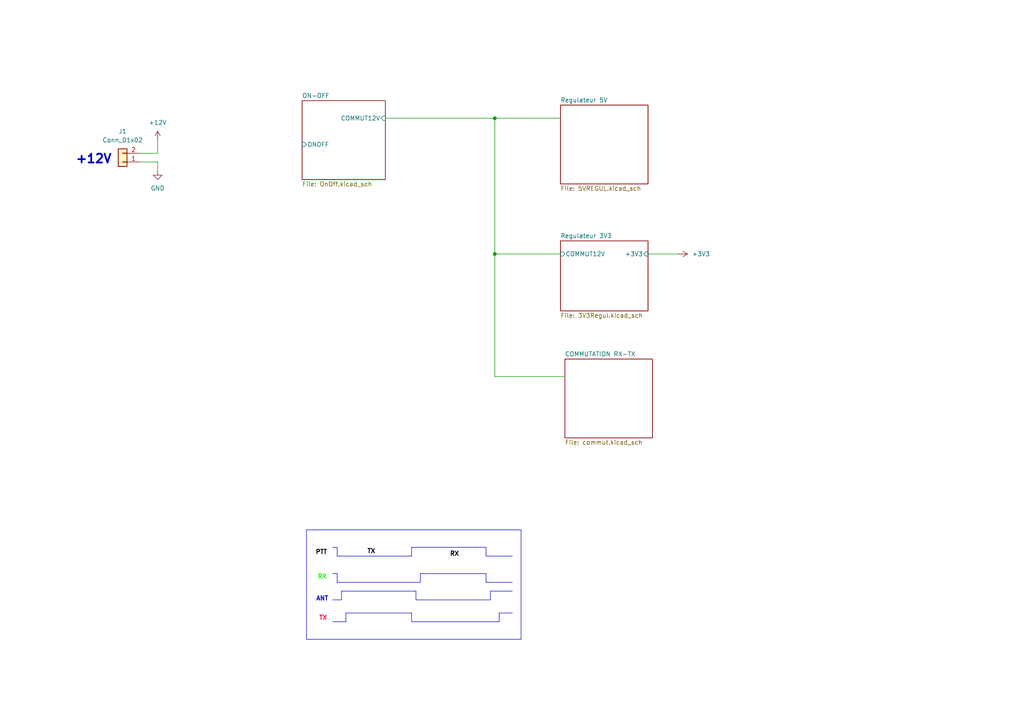
<source format=kicad_sch>
(kicad_sch (version 20231120) (generator "eeschema") (generator_version "8.0")
  (paper "A4")
  (title_block (title "JJK-144") (date "2024-10-04") (rev "V0-10") (company "F4DEB"))
  (lib_symbols
    (symbol "Connector_Generic:Conn_01x02" (pin_names (offset 1.016) hide)
      (property "Reference" "J" (at 0 2.54 0))
      (property "Value" "Conn_01x02" (at 0 -5.08 0))
      (symbol "Conn_01x02_1_1"
        (rectangle (start -1.27 -2.413) (end 0 -2.667) (stroke (width 0.1524)))
        (rectangle (start -1.27 0.127) (end 0 -0.127) (stroke (width 0.1524)))
        (rectangle (start -1.27 1.27) (end 1.27 -3.81) (stroke (width 0.254)) (fill (type background)))
        (pin passive line (at -5.08 0 0) (length 3.81) (name "Pin_1") (number "1"))
        (pin passive line (at -5.08 -2.54 0) (length 3.81) (name "Pin_2") (number "2"))
      )
    )
    (symbol "power:+12V" (power) (pin_numbers hide) (pin_names (offset 0) hide)
      (property "Value" "+12V" (at 0 3.556 0))
      (symbol "+12V_0_1"
        (polyline (pts (xy -0.762 1.27) (xy 0 2.54)))
        (polyline (pts (xy 0 0) (xy 0 2.54)))
        (polyline (pts (xy 0 2.54) (xy 0.762 1.27)))
      )
      (symbol "+12V_1_1"
        (pin power_in line (at 0 0 90) (length 0) (name "~") (number "1"))
      )
    )
    (symbol "power:+3V3" (power) (pin_numbers hide) (pin_names (offset 0) hide)
      (property "Value" "+3V3" (at 0 3.556 0))
      (symbol "+3V3_0_1"
        (polyline (pts (xy -0.762 1.27) (xy 0 2.54)))
        (polyline (pts (xy 0 0) (xy 0 2.54)))
        (polyline (pts (xy 0 2.54) (xy 0.762 1.27)))
      )
      (symbol "+3V3_1_1"
        (pin power_in line (at 0 0 90) (length 0) (name "~") (number "1"))
      )
    )
    (symbol "power:GND" (power) (pin_numbers hide) (pin_names (offset 0) hide)
      (property "Value" "GND" (at 0 -3.81 0))
      (symbol "GND_0_1"
        (polyline (pts (xy 0 0) (xy 0 -1.27) (xy 1.27 -1.27) (xy 0 -2.54) (xy -1.27 -1.27) (xy 0 -1.27)))
      )
      (symbol "GND_1_1"
        (pin power_in line (at 0 0 270) (length 0) (name "~") (number "1"))
      )
    )
  )
  (junction (at 143.51 34.29))
  (junction (at 143.51 73.66))
  (polyline (pts (xy 100.33 180.34) (xy 100.33 177.8)))
  (wire (pts (xy 143.51 73.66) (xy 143.51 109.22)))
  (wire (pts (xy 143.51 73.66) (xy 162.56 73.66)))
  (wire (pts (xy 143.51 109.22) (xy 163.83 109.22)))
  (polyline (pts (xy 140.97 161.29) (xy 148.59 161.29)))
  (polyline (pts (xy 96.52 173.99) (xy 99.06 173.99)))
  (polyline (pts (xy 121.92 168.91) (xy 121.92 166.37)))
  (polyline (pts (xy 99.06 173.99) (xy 99.06 171.45)))
  (wire (pts (xy 143.51 34.29) (xy 162.56 34.29)))
  (polyline (pts (xy 140.97 158.75) (xy 140.97 161.29)))
  (polyline (pts (xy 97.79 168.91) (xy 121.92 168.91)))
  (polyline (pts (xy 140.97 168.91) (xy 148.59 168.91)))
  (polyline (pts (xy 120.65 173.99) (xy 142.24 173.99)))
  (polyline (pts (xy 119.38 180.34) (xy 144.78 180.34)))
  (polyline (pts (xy 99.06 171.45) (xy 120.65 171.45)))
  (polyline (pts (xy 142.24 173.99) (xy 142.24 171.45)))
  (polyline (pts (xy 142.24 171.45) (xy 148.59 171.45)))
  (polyline (pts (xy 97.79 161.29) (xy 97.79 158.75)))
  (polyline (pts (xy 144.78 180.34) (xy 144.78 177.8)))
  (polyline (pts (xy 97.79 166.37) (xy 97.79 168.91)))
  (polyline (pts (xy 119.38 177.8) (xy 119.38 180.34)))
  (polyline (pts (xy 119.38 158.75) (xy 140.97 158.75)))
  (wire (pts (xy 45.72 46.99) (xy 45.72 49.53)))
  (wire (pts (xy 40.64 44.45) (xy 45.72 44.45)))
  (polyline (pts (xy 140.97 166.37) (xy 140.97 168.91)))
  (wire (pts (xy 143.51 34.29) (xy 143.51 73.66)))
  (polyline (pts (xy 96.52 158.75) (xy 97.79 158.75)))
  (polyline (pts (xy 96.52 180.34) (xy 100.33 180.34)))
  (wire (pts (xy 187.96 73.66) (xy 196.85 73.66)))
  (polyline (pts (xy 144.78 177.8) (xy 148.59 177.8)))
  (wire (pts (xy 45.72 40.64) (xy 45.72 44.45)))
  (polyline (pts (xy 96.52 166.37) (xy 97.79 166.37)))
  (polyline (pts (xy 120.65 171.45) (xy 120.65 173.99)))
  (polyline (pts (xy 97.79 161.29) (xy 119.38 161.29)))
  (wire (pts (xy 111.76 34.29) (xy 143.51 34.29)))
  (polyline (pts (xy 119.38 161.29) (xy 119.38 158.75)))
  (wire (pts (xy 40.64 46.99) (xy 45.72 46.99)))
  (polyline (pts (xy 121.92 166.37) (xy 140.97 166.37)))
  (polyline (pts (xy 100.33 177.8) (xy 119.38 177.8)))
  (rectangle (start 88.9 153.67) (end 151.13 185.42))
  (text "TX" (at 107.696 160.02 0) (effects (font (size 1.27 1.27) (thickness 0.254) (bold yes))))
  (text "TX" (at 93.726 179.324 0) (effects (font (size 1.27 1.27) (thickness 0.254) (bold yes))))
  (text "ANT" (at 93.472 173.736 0) (effects (font (size 1.27 1.27) (thickness 0.254) (bold yes))))
  (text "RX" (at 131.826 160.782 0) (effects (font (size 1.27 1.27) (thickness 0.254) (bold yes))))
  (text "RX" (at 93.472 167.386 0) (effects (font (size 1.27 1.27) (thickness 0.254) (bold yes))))
  (text "+12V" (at 27.178 46.228 0) (effects (font (size 2.54 2.54) (thickness 0.508) (bold yes))))
  (text "PTT" (at 93.218 160.274 0) (effects (font (size 1.27 1.27) (thickness 0.254) (bold yes))))
  (symbol (lib_id "power:GND") (at 45.72 49.53 0) (unit 1)
    (property "Reference" "#PWR02" (effects (hide yes)))
    (property "Value" "GND" (at 45.72 54.61 0))
    (property "Description" "Power symbol creates a global label with name \"GND\" , ground" (effects (hide yes)))
  )
  (symbol (lib_id "power:+3V3") (at 196.85 73.66 270) (unit 1)
    (property "Reference" "#PWR010" (effects (hide yes)))
    (property "Value" "+3V3" (at 200.66 73.6599 90) (effects (justify left)))
    (property "Description" "Power symbol creates a global label with name \"+3V3\"" (effects (hide yes)))
  )
  (symbol (lib_id "Connector_Generic:Conn_01x02") (at 35.56 46.99 180) (unit 1)
    (property "Reference" "J1" (at 35.56 38.1 0))
    (property "Value" "Conn_01x02" (at 35.56 40.64 0))
    (property "Description" "Generic connector, single row, 01x02, script generated (kicad-library-utils/schlib/autogen/connector/)" (effects (hide yes)))
  )
  (symbol (lib_id "power:+12V") (at 45.72 40.64 0) (unit 1)
    (property "Reference" "#PWR01" (effects (hide yes)))
    (property "Value" "+12V" (at 45.72 35.56 0))
    (property "Description" "Power symbol creates a global label with name \"+12V\"" (effects (hide yes)))
  )
  (sheet (at 163.83 104.14) (size 25.4 22.86) (stroke (width 0.1524))
    (property "Sheetname" "COMMUTATION RX-TX" (at 163.83 103.4284 0) (effects (justify left bottom)))
    (property "Sheetfile" "commut.kicad_sch" (at 163.83 127.5846 0) (effects (justify left top)))
  )
  (sheet (at 162.56 69.85) (size 25.4 20.32) (stroke (width 0.1524))
    (property "Sheetname" "Regulateur 3V3" (at 162.56 69.1384 0) (effects (justify left bottom)))
    (property "Sheetfile" "3V3Regul.kicad_sch" (at 162.56 90.7546 0) (effects (justify left top)))
    (pin "COMMUT12V" input (at 162.56 73.66 180))
    (pin "+3V3" input (at 187.96 73.66 0))
  )
  (sheet (at 87.63 29.21) (size 24.13 22.86) (stroke (width 0.1524))
    (property "Sheetname" "ON-OFF" (at 87.63 28.4984 0) (effects (justify left bottom)))
    (property "Sheetfile" "OnOff.kicad_sch" (at 87.63 52.6546 0) (effects (justify left top)))
    (pin "COMMUT12V" input (at 111.76 34.29 0))
    (pin "ONOFF" input (at 87.63 41.91 180))
  )
  (sheet (at 162.56 30.48) (size 25.4 22.86) (stroke (width 0.1524))
    (property "Sheetname" "Regulateur 5V" (at 162.56 29.7684 0) (effects (justify left bottom)))
    (property "Sheetfile" "5VREGUL.kicad_sch" (at 162.56 53.9246 0) (effects (justify left top)))
  )
)
</source>
